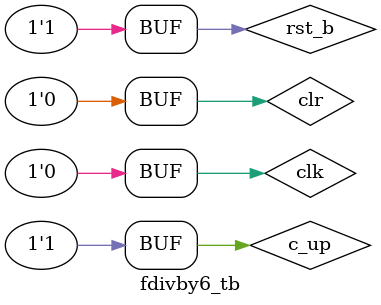
<source format=v>
module fdivby6 (input clk,input rst_b, input clr, input c_up, output fdclk);

localparam S0=0;
localparam S1=1;
localparam S2=2;
localparam S3=3;
localparam S4=4;
localparam S5=5;

wire [5:0]st_nxt;
reg [5:0]st;

assign st_nxt[S0]=((~(c_up)|clr)&st[S0])|((c_up|clr)&st[S5])|(clr&st[S1])|(clr&st[S2])|(clr&st[S3])|(clr&st[S4]);
assign st_nxt[S1]=(c_up&~(clr)&st[S0])|(~(c_up)&~(clr)&st[S1]);
assign st_nxt[S2]=(c_up&~(clr)&st[S1])|(~(c_up)&~(clr)&st[S2]);
assign st_nxt[S3]=(c_up&~(clr)&st[S2])|(~(c_up)&~(clr)&st[S3]);
assign st_nxt[S4]=(c_up&~(clr)&st[S3])|(~(c_up)&~(clr)&st[S4]);
assign st_nxt[S5]=(c_up&~(clr)&st[S4])|(~(c_up)&~(clr)&st[S5]);

assign fdclk=st[S0]|st[S1]|st[S2]|st[S3];

always @(posedge clk,negedge rst_b) begin

if (~rst_b) begin
st<=0; 
st[S0]<=1;
end
else
st<=st_nxt;

end

endmodule

module fdivby6_tb();

reg clr;
reg c_up;
reg clk;
reg rst_b;
wire fdclk;

fdivby6 uut0(.clr(clr), .c_up(c_up), .clk(clk), .rst_b(rst_b), .fdclk(fdclk));

initial begin
clk=1'b0;
repeat (48) #(50) clk=~clk;
end

initial begin
rst_b=0;
c_up=1;
clr=0;
#25;
rst_b=1;
#375;
clr=1;
#100;
clr=0;
#100;
c_up=0;
#100;
c_up=1;
#400;
c_up=0;
#200;
c_up=1;
end

endmodule
</source>
